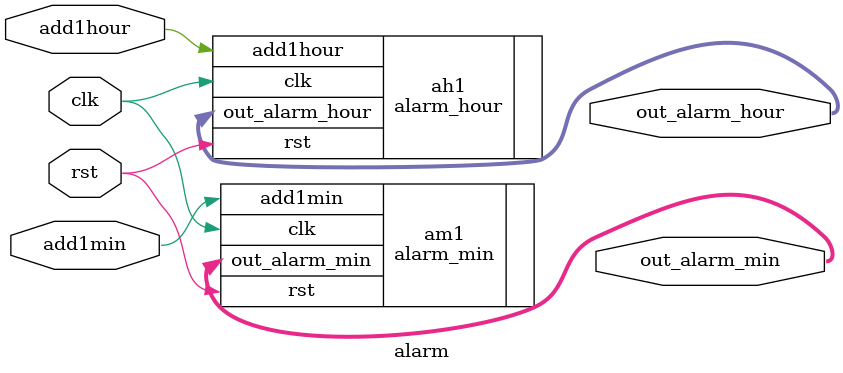
<source format=v>
`timescale 1ns / 1ps


module alarm(
clk,rst,add1min,add1hour,out_alarm_hour,out_alarm_min
    );
input wire clk,rst,add1min,add1hour;
output wire[5:0] out_alarm_min;
output wire[4:0] out_alarm_hour;
alarm_hour ah1(.clk(clk),.rst(rst),.add1hour(add1hour),.out_alarm_hour(out_alarm_hour));
alarm_min am1(.clk(clk),.rst(rst),.add1min(add1min),.out_alarm_min(out_alarm_min));
endmodule

</source>
